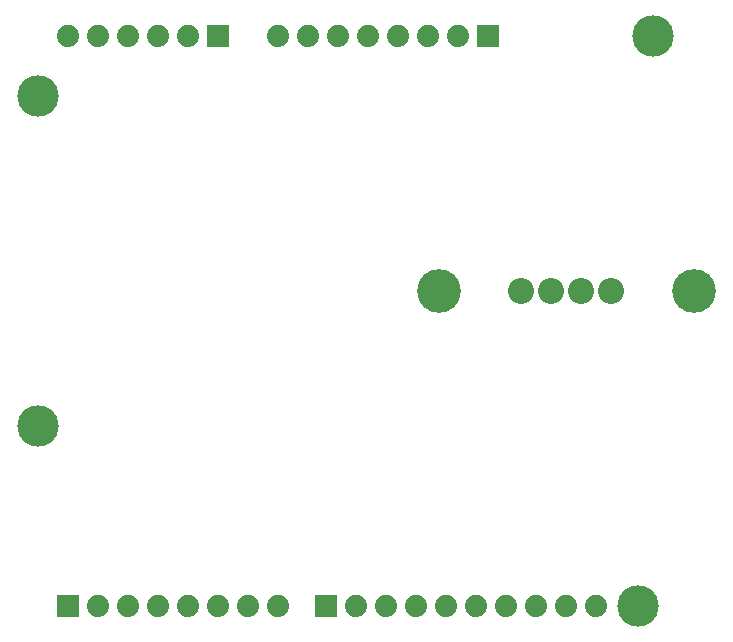
<source format=gbs>
G04*
G04 #@! TF.GenerationSoftware,Altium Limited,Altium Designer,23.10.1 (27)*
G04*
G04 Layer_Color=16711935*
%FSLAX44Y44*%
%MOMM*%
G71*
G04*
G04 #@! TF.SameCoordinates,07F531DC-FA92-4897-9D3F-F805C0A64ABC*
G04*
G04*
G04 #@! TF.FilePolarity,Negative*
G04*
G01*
G75*
%ADD22C,1.8796*%
%ADD23C,3.5032*%
%ADD24R,1.8796X1.8796*%
%ADD25C,2.2032*%
%ADD26C,3.7032*%
D22*
X1102360Y939800D02*
D03*
X1076960D02*
D03*
X1127760D02*
D03*
X1026160D02*
D03*
X1000760D02*
D03*
X1051560D02*
D03*
X1092200Y457200D02*
D03*
X1117600D02*
D03*
X1041400D02*
D03*
X1066800D02*
D03*
X1244600D02*
D03*
X1219200D02*
D03*
X1168400D02*
D03*
X1143000D02*
D03*
X1193800D02*
D03*
X899160Y939800D02*
D03*
X873760D02*
D03*
X975360D02*
D03*
X822960D02*
D03*
X797560D02*
D03*
X848360D02*
D03*
Y457200D02*
D03*
X822960D02*
D03*
X899160D02*
D03*
X873760D02*
D03*
X949960D02*
D03*
X924560D02*
D03*
X975360D02*
D03*
D23*
X1292860Y939800D02*
D03*
X1280160Y457200D02*
D03*
X772160Y609600D02*
D03*
Y889000D02*
D03*
D24*
X1153160Y939800D02*
D03*
X1016000Y457200D02*
D03*
X924560Y939800D02*
D03*
X797560Y457200D02*
D03*
D25*
X1231900Y723900D02*
D03*
X1257300D02*
D03*
X1206500D02*
D03*
X1181100D02*
D03*
D26*
X1327150D02*
D03*
X1111250D02*
D03*
M02*

</source>
